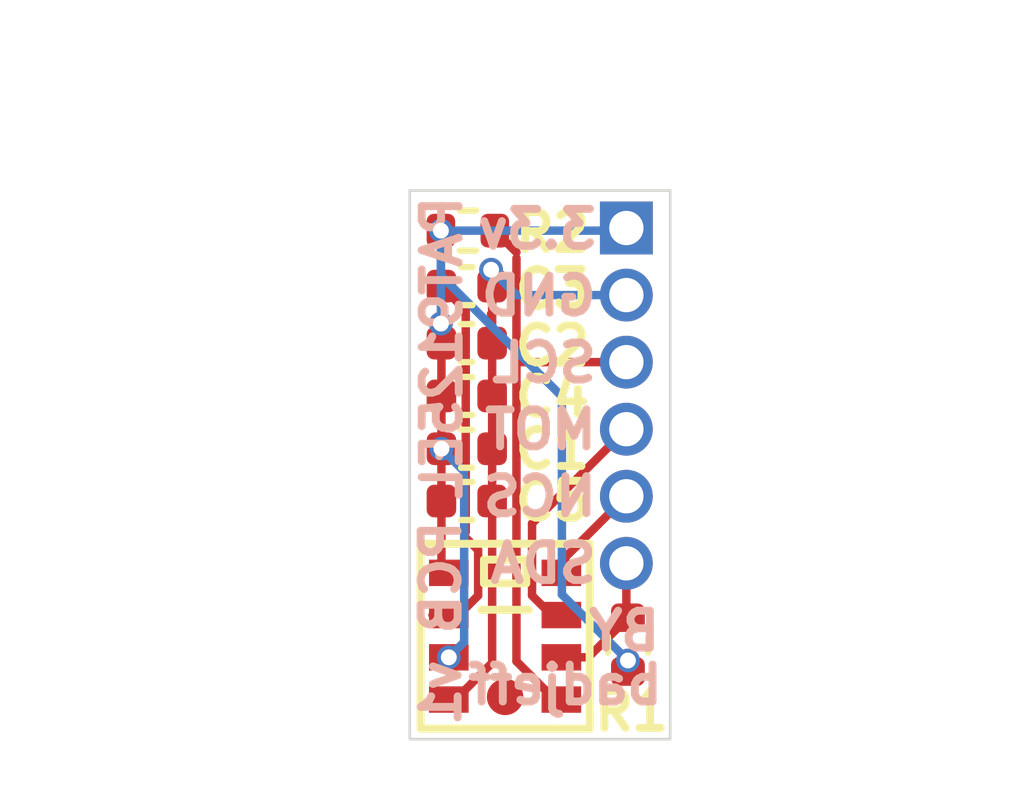
<source format=kicad_pcb>
(kicad_pcb (version 20240108) (generator "pcbnew") (generator_version "8.0")
  (layers (0 "F.Cu" signal) (31 "B.Cu" signal) (34 "B.Paste" user) (35 "F.Paste" user) (36 "B.SilkS" user "B.Silkscreen") (37 "F.SilkS" user "F.Silkscreen") (38 "B.Mask" user) (39 "F.Mask" user) (44 "Edge.Cuts" user))
  (net 0 "")
  (net 1 "Net-(U1-VDDA)")
  (net 2 "SDA")
  (net 3 "VCC 3.3V")
  (net 4 "NCS")
  (net 5 "MOTION")
  (net 6 "SCL")
  (net 8 "GND")
  (footprint "Capacitor_SMD:C_0402_1005Metric" (layer "F.Cu") (at 146.41 93.41)
    (property "Reference" "C4" (at 1.62 0.02 0) (layer "F.SilkS") (effects (font (size 0.7 0.7))))
    (property "Value" "10uF")
    (fp_line (start -0.107836 -0.36) (end 0.107836 -0.36) (stroke (width 0.12)) (layer "F.SilkS"))
    (fp_line (start -0.107836 0.36) (end 0.107836 0.36) (stroke (width 0.12)) (layer "F.SilkS"))
    (pad "1" smd roundrect (at -0.48 0) (size 0.56 0.62) (layers "F.Cu" "F.Paste" "F.Mask") (net 3 "VCC 3.3V"))
    (pad "2" smd roundrect (at 0.48 0) (size 0.56 0.62) (layers "F.Cu" "F.Paste" "F.Mask") (net 8 "GND"))
  )
  (footprint "Resistor_SMD:R_0402_1005Metric" (layer "F.Cu") (at 149.46 98.12 90)
    (property "Reference" "R1" (at -1.26 0.07 180) (layer "F.SilkS") (effects (font (size 0.7 0.7))))
    (property "Value" "5K")
    (fp_line (start -0.153641 -0.38) (end 0.153641 -0.38) (stroke (width 0.12)) (layer "F.SilkS"))
    (fp_line (start -0.153641 0.38) (end 0.153641 0.38) (stroke (width 0.12)) (layer "F.SilkS"))
    (pad "1" smd roundrect (at -0.51 0 90) (size 0.54 0.64) (layers "F.Cu" "F.Paste" "F.Mask") (net 3 "VCC 3.3V"))
    (pad "2" smd roundrect (at 0.51 0 90) (size 0.54 0.64) (layers "F.Cu" "F.Paste" "F.Mask") (net 2 "SDA"))
  )
  (footprint "Resistor_SMD:R_0402_1005Metric" (layer "F.Cu") (at 146.43 90.28)
    (property "Reference" "R2" (at 1.6 0.03 0) (layer "F.SilkS") (effects (font (size 0.7 0.7))))
    (property "Value" "5K")
    (fp_line (start -0.153641 -0.38) (end 0.153641 -0.38) (stroke (width 0.12)) (layer "F.SilkS"))
    (fp_line (start -0.153641 0.38) (end 0.153641 0.38) (stroke (width 0.12)) (layer "F.SilkS"))
    (pad "1" smd roundrect (at -0.51 0) (size 0.54 0.64) (layers "F.Cu" "F.Paste" "F.Mask") (net 3 "VCC 3.3V"))
    (pad "2" smd roundrect (at 0.51 0) (size 0.54 0.64) (layers "F.Cu" "F.Paste" "F.Mask") (net 6 "SCL"))
  )
  (footprint "Capacitor_SMD:C_0402_1005Metric" (layer "F.Cu") (at 146.41 92.41)
    (property "Reference" "C2" (at 1.62 0.05 0) (layer "F.SilkS") (effects (font (size 0.7 0.7))))
    (property "Value" "10uF")
    (fp_line (start -0.107836 -0.36) (end 0.107836 -0.36) (stroke (width 0.12)) (layer "F.SilkS"))
    (fp_line (start -0.107836 0.36) (end 0.107836 0.36) (stroke (width 0.12)) (layer "F.SilkS"))
    (pad "1" smd roundrect (at -0.48 0) (size 0.56 0.62) (layers "F.Cu" "F.Paste" "F.Mask") (net 3 "VCC 3.3V"))
    (pad "2" smd roundrect (at 0.48 0) (size 0.56 0.62) (layers "F.Cu" "F.Paste" "F.Mask") (net 8 "GND"))
  )
  (footprint "Capacitor_SMD:C_0402_1005Metric" (layer "F.Cu") (at 146.41 94.41)
    (property "Reference" "C1" (at 1.62 0.01 0) (layer "F.SilkS") (effects (font (size 0.7 0.7))))
    (property "Value" "0.1uF")
    (fp_line (start -0.107836 -0.36) (end 0.107836 -0.36) (stroke (width 0.12)) (layer "F.SilkS"))
    (fp_line (start -0.107836 0.36) (end 0.107836 0.36) (stroke (width 0.12)) (layer "F.SilkS"))
    (pad "1" smd roundrect (at -0.48 0) (size 0.56 0.62) (layers "F.Cu" "F.Paste" "F.Mask") (net 3 "VCC 3.3V"))
    (pad "2" smd roundrect (at 0.48 0) (size 0.56 0.62) (layers "F.Cu" "F.Paste" "F.Mask") (net 8 "GND"))
  )
  (footprint "Capacitor_SMD:C_0402_1005Metric" (layer "F.Cu") (at 146.41 91.33)
    (property "Reference" "C3" (at 1.62 0.06 0) (layer "F.SilkS") (effects (font (size 0.7 0.7))))
    (property "Value" "4.7uF")
    (fp_line (start -0.107836 -0.36) (end 0.107836 -0.36) (stroke (width 0.12)) (layer "F.SilkS"))
    (fp_line (start -0.107836 0.36) (end 0.107836 0.36) (stroke (width 0.12)) (layer "F.SilkS"))
    (pad "1" smd roundrect (at -0.48 0) (size 0.56 0.62) (layers "F.Cu" "F.Paste" "F.Mask") (net 1 "Net-(U1-VDDA)"))
    (pad "2" smd roundrect (at 0.48 0) (size 0.56 0.62) (layers "F.Cu" "F.Paste" "F.Mask") (net 8 "GND"))
  )
  (footprint "Capacitor_SMD:C_0402_1005Metric" (layer "F.Cu") (at 146.41 95.4)
    (property "Reference" "C5" (at 1.62 0 0) (layer "F.SilkS") (effects (font (size 0.7 0.7))))
    (property "Value" "0.1uF")
    (fp_line (start -0.107836 -0.36) (end 0.107836 -0.36) (stroke (width 0.12)) (layer "F.SilkS"))
    (fp_line (start -0.107836 0.36) (end 0.107836 0.36) (stroke (width 0.12)) (layer "F.SilkS"))
    (pad "1" smd roundrect (at -0.48 0) (size 0.56 0.62) (layers "F.Cu" "F.Paste" "F.Mask") (net 3 "VCC 3.3V"))
    (pad "2" smd roundrect (at 0.48 0) (size 0.56 0.62) (layers "F.Cu" "F.Paste" "F.Mask") (net 8 "GND"))
  )
  (footprint "PAT9125EL:PAT9125EL" (layer "F.Cu") (at 147.135 97.96 -90)
    (property "Reference" "U1" (hide yes))
    (property "Value" "PAT9125EL")
    (fp_line (start -1.75 1.6) (end -1.75 -1.6) (stroke (width 0.15)) (layer "F.SilkS"))
    (fp_line (start 1.75 1.6) (end -1.75 1.6) (stroke (width 0.15)) (layer "F.SilkS"))
    (fp_line (start -1.45 0.4) (end -1 0.4) (stroke (width 0.15)) (layer "F.SilkS"))
    (fp_line (start -1 0.4) (end -1 -0.4) (stroke (width 0.15)) (layer "F.SilkS"))
    (fp_line (start -1.45 -0.4) (end -1.45 0.4) (stroke (width 0.15)) (layer "F.SilkS"))
    (fp_line (start -1 -0.4) (end -1.45 -0.4) (stroke (width 0.15)) (layer "F.SilkS"))
    (fp_line (start -0.5 -0.45) (end -0.5 0.45) (stroke (width 0.15)) (layer "F.SilkS"))
    (fp_line (start -1.75 -1.6) (end 1.75 -1.6) (stroke (width 0.15)) (layer "F.SilkS"))
    (fp_line (start 1.75 -1.6) (end 1.75 1.6) (stroke (width 0.15)) (layer "F.SilkS"))
    (pad "1" smd rect (at -1.2 1.065 270) (size 0.5 0.75) (layers "F.Cu" "F.Paste" "F.Mask") (net 3 "VCC 3.3V"))
    (pad "2" smd rect (at -0.4 1.065 270) (size 0.5 0.75) (layers "F.Cu" "F.Paste" "F.Mask") (net 1 "Net-(U1-VDDA)"))
    (pad "3" smd rect (at 0.4 1.065 270) (size 0.5 0.75) (layers "F.Cu" "F.Paste" "F.Mask") (net 3 "VCC 3.3V"))
    (pad "4" smd rect (at 1.2 1.065 270) (size 0.5 0.75) (layers "F.Cu" "F.Paste" "F.Mask") (net 8 "GND"))
    (pad "5" smd rect (at 1.2 -1.065 270) (size 0.5 0.75) (layers "F.Cu" "F.Paste" "F.Mask") (net 6 "SCL"))
    (pad "6" smd rect (at 0.4 -1.065 270) (size 0.5 0.75) (layers "F.Cu" "F.Paste" "F.Mask") (net 2 "SDA"))
    (pad "7" smd rect (at -0.4 -1.065 270) (size 0.5 0.75) (layers "F.Cu" "F.Paste" "F.Mask") (net 5 "MOTION"))
    (pad "8" smd rect (at -1.2 -1.065 270) (size 0.5 0.75) (layers "F.Cu" "F.Paste" "F.Mask") (net 4 "NCS"))
    (pad "9" smd circle (at 1.15 0 270) (size 0.69 0.69) (layers "F.Cu" "F.Paste" "F.Mask"))
  )
  (footprint "Connector_PinHeader_1.27mm:PinHeader_1x06_P1.27mm_Vertical" (layer "F.Cu") (at 149.43 90.23)
    (property "Reference" "J1" (hide yes))
    (property "Value" "Conn_01x06_Socket")
    (pad "1" thru_hole rect (at 0 0) (size 1 1) (drill 0.65) (layers "*.Cu" "*.Mask") (net 3 "VCC 3.3V"))
    (pad "2" thru_hole oval (at 0 1.27) (size 1 1) (drill 0.65) (layers "*.Cu" "*.Mask") (net 8 "GND"))
    (pad "3" thru_hole oval (at 0 2.54) (size 1 1) (drill 0.65) (layers "*.Cu" "*.Mask") (net 6 "SCL"))
    (pad "4" thru_hole oval (at 0 3.81) (size 1 1) (drill 0.65) (layers "*.Cu" "*.Mask") (net 5 "MOTION"))
    (pad "5" thru_hole oval (at 0 5.08) (size 1 1) (drill 0.65) (layers "*.Cu" "*.Mask") (net 4 "NCS"))
    (pad "6" thru_hole oval (at 0 6.35) (size 1 1) (drill 0.65) (layers "*.Cu" "*.Mask") (net 2 "SDA"))
  )
  (gr_line (start 150.26 89.52) (end 150.26 99.91) (stroke (width 0.05)) (layer "Edge.Cuts"))
  (gr_line (start 150.26 99.91) (end 145.33 99.91) (stroke (width 0.05)) (layer "Edge.Cuts"))
  (gr_line (start 145.33 89.52) (end 150.26 89.52) (stroke (width 0.05)) (layer "Edge.Cuts"))
  (gr_line (start 145.33 99.91) (end 145.33 89.52) (stroke (width 0.05)) (layer "Edge.Cuts"))
  (gr_text "MOT" (at 148.94 94.458 0) (layer "B.SilkS") (effects (font (size 0.7 0.7) (thickness 0.15) (bold yes)) (justify left bottom mirror)))
  (gr_text "SCL" (at 148.94 93.192 0) (layer "B.SilkS") (effects (font (size 0.7 0.7) (thickness 0.15) (bold yes)) (justify left bottom mirror)))
  (gr_text "PAT9125EL" (at 146.35 89.55 90) (layer "B.SilkS") (effects (font (size 0.7 0.7)) (justify left bottom mirror)))
  (gr_text "NCS\n" (at 148.94 95.724 0) (layer "B.SilkS") (effects (font (size 0.7 0.7) (thickness 0.15) (bold yes)) (justify left bottom mirror)))
  (gr_text "3.3v" (at 148.94 90.66 0) (layer "B.SilkS") (effects (font (size 0.7 0.7) (thickness 0.15) (bold yes)) (justify left bottom mirror)))
  (gr_text "GND" (at 148.94 91.926 0) (layer "B.SilkS") (effects (font (size 0.7 0.7) (thickness 0.15) (bold yes)) (justify left bottom mirror)))
  (gr_text "PCB v1" (at 146.33 95.7 90) (layer "B.SilkS") (effects (font (size 0.7 0.7) (thickness 0.15) (bold yes)) (justify left bottom mirror)))
  (gr_text "SDA" (at 148.94 96.99 0) (layer "B.SilkS") (effects (font (size 0.7 0.7) (thickness 0.15) (bold yes)) (justify left bottom mirror)))
  (gr_text "badjeff" (at 150.19 99.29 0) (layer "B.SilkS") (effects (font (size 0.7 0.7) (thickness 0.15) (bold yes)) (justify left bottom mirror)))
  (gr_text "BY" (at 150.14 98.27 0) (layer "B.SilkS") (effects (font (size 0.7 0.7) (thickness 0.15) (bold yes)) (justify left bottom mirror)))
  (segment (start 146.625 97.19) (end 146.255 97.56) (width 0.16) (layer "F.Cu") (net 1))
  (segment (start 146.625 96.33) (end 146.625 97.19) (width 0.16) (layer "F.Cu") (net 1))
  (segment (start 145.93 91.33) (end 146.39 91.79) (width 0.16) (layer "F.Cu") (net 1))
  (segment (start 146.39 91.79) (end 146.39 95.985) (width 0.16) (layer "F.Cu") (net 1))
  (segment (start 145.76 97.56) (end 146.07 97.56) (width 0.16) (layer "F.Cu") (net 1))
  (segment (start 146.39 96.095) (end 146.625 96.33) (width 0.16) (layer "F.Cu") (net 1))
  (segment (start 146.255 97.56) (end 146.07 97.56) (width 0.16) (layer "F.Cu") (net 1))
  (segment (start 149.43 97.58) (end 149.43 96.56) (width 0.16) (layer "F.Cu") (net 2))
  (segment (start 148.075 98.36) (end 148.2 98.36) (width 0.16) (layer "F.Cu") (net 2))
  (segment (start 148.2 98.36) (end 148.71 98.36) (width 0.16) (layer "F.Cu") (net 2))
  (segment (start 148.71 98.36) (end 149.46 97.61) (width 0.16) (layer "F.Cu") (net 2))
  (segment (start 149.46 97.61) (end 149.43 97.58) (width 0.16) (layer "F.Cu") (net 2))
  (segment (start 145.92 92.37) (end 145.93 92.38) (width 0.16) (layer "F.Cu") (net 3))
  (segment (start 145.92 92.04) (end 145.92 92.37) (width 0.16) (layer "F.Cu") (net 3))
  (segment (start 146.07 98.36) (end 145.945 98.36) (width 0.16) (layer "F.Cu") (net 3))
  (segment (start 146.07 98.36) (end 146.255 98.36) (width 0.16) (layer "F.Cu") (net 3))
  (segment (start 145.93 96.62) (end 146.07 96.76) (width 0.16) (layer "F.Cu") (net 3))
  (segment (start 145.93 92.05) (end 145.92 92.04) (width 0.16) (layer "F.Cu") (net 3))
  (segment (start 145.93 94.41) (end 145.93 92.05) (width 0.16) (layer "F.Cu") (net 3))
  (segment (start 145.93 94.52) (end 145.93 96.62) (width 0.16) (layer "F.Cu") (net 3))
  (via (at 145.92 90.28) (size 0.45) (drill 0.3) (layers "F.Cu" "B.Cu") (net 3))
  (via (at 145.92 92.04) (size 0.45) (drill 0.3) (layers "F.Cu" "B.Cu") (net 3))
  (via (at 149.46 98.42) (size 0.45) (drill 0.3) (layers "F.Cu" "B.Cu") (net 3))
  (via (at 146.07 98.36) (size 0.45) (drill 0.3) (layers "F.Cu" "B.Cu") (net 3))
  (via (at 145.93 94.41) (size 0.45) (drill 0.3) (layers "F.Cu" "B.Cu") (net 3))
  (segment (start 146.07 98.36) (end 146.36 98.07) (width 0.16) (layer "B.Cu") (net 3))
  (segment (start 146.36 98.07) (end 146.36 94.95) (width 0.16) (layer "B.Cu") (net 3))
  (segment (start 149.43 90.21) (end 149.36 90.28) (width 0.16) (layer "B.Cu") (net 3))
  (segment (start 149.36 90.28) (end 145.92 90.28) (width 0.16) (layer "B.Cu") (net 3))
  (segment (start 145.92 91.13) (end 145.92 90.28) (width 0.16) (layer "B.Cu") (net 3))
  (segment (start 148.21 93.42) (end 145.92 91.13) (width 0.16) (layer "B.Cu") (net 3))
  (segment (start 148.21 97.17) (end 148.21 93.42) (width 0.16) (layer "B.Cu") (net 3))
  (segment (start 146.36 94.84) (end 145.93 94.41) (width 0.16) (layer "B.Cu") (net 3))
  (segment (start 145.92 90.28) (end 145.92 92.04) (width 0.16) (layer "B.Cu") (net 3))
  (segment (start 149.46 98.42) (end 148.21 97.17) (width 0.16) (layer "B.Cu") (net 3))
  (segment (start 149.43 95.31) (end 149.43 95.29) (width 0.16) (layer "F.Cu") (net 4))
  (segment (start 148.2 96.54) (end 149.43 95.31) (width 0.16) (layer "F.Cu") (net 4))
  (segment (start 148.2 96.76) (end 148.2 96.54) (width 0.16) (layer "F.Cu") (net 4))
  (segment (start 148.015 97.56) (end 147.645 97.19) (width 0.16) (layer "F.Cu") (net 5))
  (segment (start 148.2 97.56) (end 148.325 97.56) (width 0.16) (layer "F.Cu") (net 5))
  (segment (start 147.645 95.825) (end 149.43 94.04) (width 0.16) (layer "F.Cu") (net 5))
  (segment (start 148.2 97.56) (end 148.015 97.56) (width 0.16) (layer "F.Cu") (net 5))
  (segment (start 147.645 97.19) (end 147.645 95.825) (width 0.16) (layer "F.Cu") (net 5))
  (segment (start 149.43 92.75) (end 149.41 92.77) (width 0.16) (layer "F.Cu") (net 6))
  (segment (start 148.075 99.16) (end 147.35 98.435) (width 0.16) (layer "F.Cu") (net 6))
  (segment (start 147.35 92.77) (end 147.35 90.8) (width 0.16) (layer "F.Cu") (net 6))
  (segment (start 148.2 99.16) (end 148.075 99.16) (width 0.16) (layer "F.Cu") (net 6))
  (segment (start 147.35 98.435) (end 147.35 92.77) (width 0.16) (layer "F.Cu") (net 6))
  (segment (start 149.41 92.77) (end 147.35 92.77) (width 0.16) (layer "F.Cu") (net 6))
  (segment (start 147.35 90.69) (end 146.94 90.28) (width 0.16) (layer "F.Cu") (net 6))
  (segment (start 146.89 91.88) (end 146.89 95.4) (width 0.16) (layer "F.Cu") (net 8))
  (segment (start 146.195 99.16) (end 146.89 98.465) (width 0.16) (layer "F.Cu") (net 8))
  (segment (start 146.07 99.16) (end 146.195 99.16) (width 0.16) (layer "F.Cu") (net 8))
  (segment (start 146.89 91.84) (end 146.87 91.86) (width 0.16) (layer "F.Cu") (net 8))
  (segment (start 146.87 91.86) (end 146.89 91.88) (width 0.16) (layer "F.Cu") (net 8))
  (segment (start 146.89 98.465) (end 146.89 95.51) (width 0.16) (layer "F.Cu") (net 8))
  (segment (start 146.89 91.33) (end 146.89 91.84) (width 0.16) (layer "F.Cu") (net 8))
  (via (at 146.87 91.02) (size 0.45) (drill 0.3) (layers "F.Cu" "B.Cu") (net 8))
  (segment (start 149.41 91.5) (end 147.35 91.5) (width 0.16) (layer "B.Cu") (net 8))
  (segment (start 149.43 91.48) (end 149.41 91.5) (width 0.16) (layer "B.Cu") (net 8))
  (segment (start 147.35 91.5) (end 146.87 91.02) (width 0.16) (layer "B.Cu") (net 8))
)
</source>
